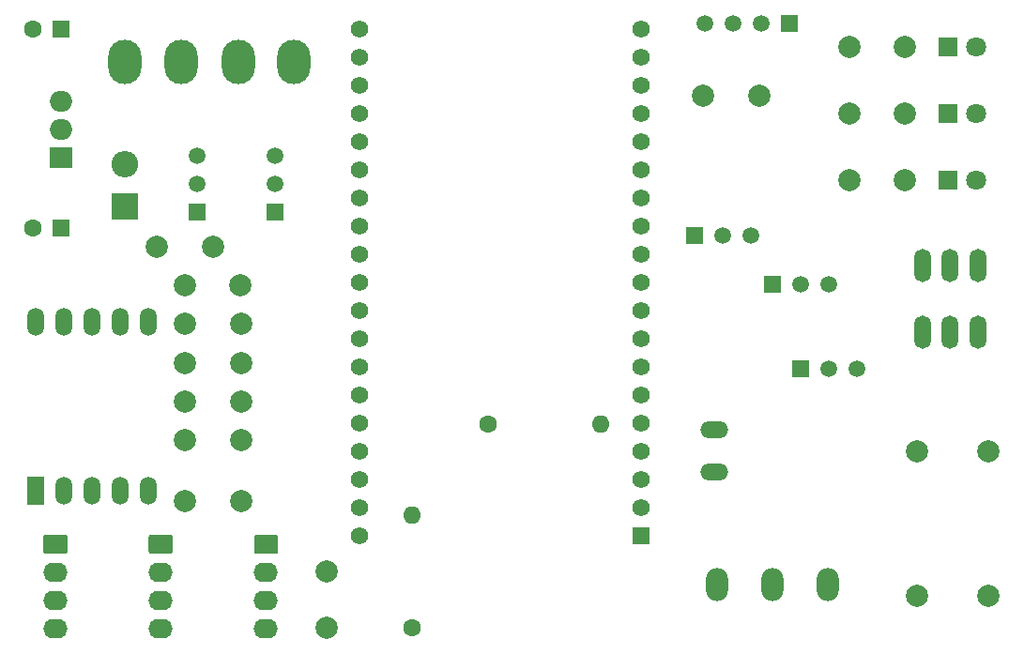
<source format=gbr>
%TF.GenerationSoftware,KiCad,Pcbnew,5.1.5+dfsg1-2build2*%
%TF.CreationDate,2021-04-17T13:08:46-03:00*%
%TF.ProjectId,miniShieldESP32,6d696e69-5368-4696-956c-644553503332,rev?*%
%TF.SameCoordinates,Original*%
%TF.FileFunction,Copper,L1,Top*%
%TF.FilePolarity,Positive*%
%FSLAX46Y46*%
G04 Gerber Fmt 4.6, Leading zero omitted, Abs format (unit mm)*
G04 Created by KiCad (PCBNEW 5.1.5+dfsg1-2build2) date 2021-04-17 13:08:46*
%MOMM*%
%LPD*%
G04 APERTURE LIST*
%TA.AperFunction,ComponentPad*%
%ADD10C,1.998980*%
%TD*%
%TA.AperFunction,ComponentPad*%
%ADD11C,1.560000*%
%TD*%
%TA.AperFunction,ComponentPad*%
%ADD12R,1.560000X1.560000*%
%TD*%
%TA.AperFunction,ComponentPad*%
%ADD13O,3.000000X4.000000*%
%TD*%
%TA.AperFunction,ComponentPad*%
%ADD14O,1.500000X3.000000*%
%TD*%
%TA.AperFunction,ComponentPad*%
%ADD15O,1.600000X1.600000*%
%TD*%
%TA.AperFunction,ComponentPad*%
%ADD16C,1.600000*%
%TD*%
%TA.AperFunction,ComponentPad*%
%ADD17O,2.524000X1.524000*%
%TD*%
%TA.AperFunction,ComponentPad*%
%ADD18O,2.190000X1.740000*%
%TD*%
%TA.AperFunction,ComponentPad*%
%ADD19C,0.100000*%
%TD*%
%TA.AperFunction,ComponentPad*%
%ADD20R,1.600000X1.600000*%
%TD*%
%TA.AperFunction,ComponentPad*%
%ADD21R,1.500000X1.500000*%
%TD*%
%TA.AperFunction,ComponentPad*%
%ADD22C,1.500000*%
%TD*%
%TA.AperFunction,ComponentPad*%
%ADD23O,2.400000X2.400000*%
%TD*%
%TA.AperFunction,ComponentPad*%
%ADD24R,2.400000X2.400000*%
%TD*%
%TA.AperFunction,ComponentPad*%
%ADD25R,1.524000X2.524000*%
%TD*%
%TA.AperFunction,ComponentPad*%
%ADD26O,1.524000X2.524000*%
%TD*%
%TA.AperFunction,ComponentPad*%
%ADD27O,2.000000X1.905000*%
%TD*%
%TA.AperFunction,ComponentPad*%
%ADD28R,2.000000X1.905000*%
%TD*%
%TA.AperFunction,ComponentPad*%
%ADD29C,1.800000*%
%TD*%
%TA.AperFunction,ComponentPad*%
%ADD30R,1.800000X1.800000*%
%TD*%
%TA.AperFunction,ComponentPad*%
%ADD31C,2.000000*%
%TD*%
%TA.AperFunction,ComponentPad*%
%ADD32O,2.000000X3.000000*%
%TD*%
G04 APERTURE END LIST*
D10*
%TO.P,R15,2*%
%TO.N,/GPIO13*%
X153785000Y-55350000D03*
%TO.P,R15,1*%
%TO.N,+3V3*%
X158824360Y-55350000D03*
%TD*%
D11*
%TO.P,U1,38*%
%TO.N,Net-(U1-Pad38)*%
X122795000Y-49360000D03*
%TO.P,U1,37*%
%TO.N,Net-(U1-Pad37)*%
X122795000Y-51900000D03*
%TO.P,U1,36*%
%TO.N,Net-(U1-Pad36)*%
X122795000Y-54440000D03*
%TO.P,U1,35*%
%TO.N,/GPIO15*%
X122795000Y-56980000D03*
%TO.P,U1,34*%
%TO.N,/GPIO2*%
X122795000Y-59520000D03*
%TO.P,U1,33*%
%TO.N,Net-(U1-Pad33)*%
X122795000Y-62060000D03*
%TO.P,U1,32*%
%TO.N,/GPIO4*%
X122795000Y-64600000D03*
%TO.P,U1,31*%
%TO.N,/GPIO16*%
X122795000Y-67140000D03*
%TO.P,U1,30*%
%TO.N,/GPIO17*%
X122795000Y-69680000D03*
%TO.P,U1,29*%
%TO.N,/GPIO5*%
X122795000Y-72220000D03*
%TO.P,U1,28*%
%TO.N,/GPIO18*%
X122795000Y-74760000D03*
%TO.P,U1,27*%
%TO.N,/GPIO19*%
X122795000Y-77300000D03*
%TO.P,U1,26*%
%TO.N,Earth*%
X122795000Y-79840000D03*
%TO.P,U1,25*%
%TO.N,/SDA*%
X122795000Y-82380000D03*
%TO.P,U1,24*%
%TO.N,Net-(U1-Pad24)*%
X122795000Y-84920000D03*
%TO.P,U1,23*%
%TO.N,Net-(U1-Pad23)*%
X122795000Y-87460000D03*
%TO.P,U1,22*%
%TO.N,/SCL*%
X122795000Y-90000000D03*
%TO.P,U1,21*%
%TO.N,/GPIO23*%
X122795000Y-92540000D03*
%TO.P,U1,20*%
%TO.N,Earth*%
X122795000Y-95080000D03*
%TO.P,U1,18*%
%TO.N,Net-(U1-Pad18)*%
X148195000Y-51900000D03*
%TO.P,U1,17*%
%TO.N,Net-(U1-Pad17)*%
X148195000Y-54440000D03*
%TO.P,U1,16*%
%TO.N,Net-(U1-Pad16)*%
X148195000Y-56980000D03*
%TO.P,U1,15*%
%TO.N,/GPIO13*%
X148195000Y-59520000D03*
%TO.P,U1,14*%
%TO.N,Earth*%
X148195000Y-62060000D03*
%TO.P,U1,13*%
%TO.N,Net-(U1-Pad13)*%
X148195000Y-64600000D03*
%TO.P,U1,12*%
%TO.N,Net-(U1-Pad12)*%
X148195000Y-67140000D03*
%TO.P,U1,11*%
%TO.N,/GPIO27*%
X148195000Y-69680000D03*
%TO.P,U1,10*%
%TO.N,/GPIO26*%
X148195000Y-72220000D03*
%TO.P,U1,9*%
%TO.N,/GPIO25*%
X148195000Y-74760000D03*
%TO.P,U1,8*%
%TO.N,/ADC1_CH5*%
X148195000Y-77300000D03*
%TO.P,U1,7*%
%TO.N,/ADC1_CH4*%
X148195000Y-79840000D03*
%TO.P,U1,6*%
%TO.N,/ADC1_CH7*%
X148195000Y-82380000D03*
%TO.P,U1,5*%
%TO.N,/ADC1_CH6*%
X148195000Y-84920000D03*
%TO.P,U1,4*%
%TO.N,/ADC1_CH3*%
X148195000Y-87460000D03*
%TO.P,U1,3*%
%TO.N,Net-(U1-Pad3)*%
X148195000Y-90000000D03*
%TO.P,U1,19*%
%TO.N,+5V*%
X148195000Y-49360000D03*
%TO.P,U1,2*%
%TO.N,Net-(U1-Pad2)*%
X148195000Y-92540000D03*
D12*
%TO.P,U1,1*%
%TO.N,+3V3*%
X148195000Y-95080000D03*
%TD*%
D13*
%TO.P,J2,1*%
%TO.N,/OUT1*%
X111855000Y-52280000D03*
%TO.P,J2,2*%
%TO.N,/OUT2*%
X116855000Y-52280000D03*
%TD*%
%TO.P,J1,1*%
%TO.N,Net-(D4-Pad2)*%
X101665000Y-52275000D03*
%TO.P,J1,2*%
%TO.N,Earth*%
X106665000Y-52275000D03*
%TD*%
D14*
%TO.P,SW3,1*%
%TO.N,+3V3*%
X178585000Y-70720000D03*
%TO.P,SW3,2*%
%TO.N,/ADC1_CH5*%
X176085000Y-70720000D03*
%TO.P,SW3,3*%
%TO.N,Earth*%
X173585000Y-70720000D03*
%TO.P,SW3,4*%
X173585000Y-76720000D03*
%TO.P,SW3,5*%
%TO.N,/ADC1_CH5*%
X176085000Y-76720000D03*
%TO.P,SW3,6*%
%TO.N,+3V3*%
X178585000Y-76720000D03*
%TD*%
D10*
%TO.P,R13,2*%
%TO.N,/SCL*%
X119845000Y-98290000D03*
%TO.P,R13,1*%
%TO.N,+3V3*%
X119845000Y-103329360D03*
%TD*%
D15*
%TO.P,R14,2*%
%TO.N,/SDA*%
X127545000Y-93170000D03*
D16*
%TO.P,R14,1*%
%TO.N,+3V3*%
X127545000Y-103330000D03*
%TD*%
D15*
%TO.P,R12,2*%
%TO.N,/ADC1_CH6*%
X144545000Y-84970000D03*
D16*
%TO.P,R12,1*%
%TO.N,Earth*%
X134385000Y-84970000D03*
%TD*%
D17*
%TO.P,R11,2*%
%TO.N,+3V3*%
X154795000Y-89280000D03*
%TO.P,R11,1*%
%TO.N,/ADC1_CH6*%
X154795000Y-85470000D03*
%TD*%
D18*
%TO.P,J5,4*%
%TO.N,+3V3*%
X114365000Y-103445000D03*
%TO.P,J5,3*%
%TO.N,/SDA*%
X114365000Y-100905000D03*
%TO.P,J5,2*%
%TO.N,/SCL*%
X114365000Y-98365000D03*
%TA.AperFunction,ComponentPad*%
D19*
%TO.P,J5,1*%
%TO.N,Earth*%
G36*
X115234505Y-94956204D02*
G01*
X115258773Y-94959804D01*
X115282572Y-94965765D01*
X115305671Y-94974030D01*
X115327850Y-94984520D01*
X115348893Y-94997132D01*
X115368599Y-95011747D01*
X115386777Y-95028223D01*
X115403253Y-95046401D01*
X115417868Y-95066107D01*
X115430480Y-95087150D01*
X115440970Y-95109329D01*
X115449235Y-95132428D01*
X115455196Y-95156227D01*
X115458796Y-95180495D01*
X115460000Y-95204999D01*
X115460000Y-96445001D01*
X115458796Y-96469505D01*
X115455196Y-96493773D01*
X115449235Y-96517572D01*
X115440970Y-96540671D01*
X115430480Y-96562850D01*
X115417868Y-96583893D01*
X115403253Y-96603599D01*
X115386777Y-96621777D01*
X115368599Y-96638253D01*
X115348893Y-96652868D01*
X115327850Y-96665480D01*
X115305671Y-96675970D01*
X115282572Y-96684235D01*
X115258773Y-96690196D01*
X115234505Y-96693796D01*
X115210001Y-96695000D01*
X113519999Y-96695000D01*
X113495495Y-96693796D01*
X113471227Y-96690196D01*
X113447428Y-96684235D01*
X113424329Y-96675970D01*
X113402150Y-96665480D01*
X113381107Y-96652868D01*
X113361401Y-96638253D01*
X113343223Y-96621777D01*
X113326747Y-96603599D01*
X113312132Y-96583893D01*
X113299520Y-96562850D01*
X113289030Y-96540671D01*
X113280765Y-96517572D01*
X113274804Y-96493773D01*
X113271204Y-96469505D01*
X113270000Y-96445001D01*
X113270000Y-95204999D01*
X113271204Y-95180495D01*
X113274804Y-95156227D01*
X113280765Y-95132428D01*
X113289030Y-95109329D01*
X113299520Y-95087150D01*
X113312132Y-95066107D01*
X113326747Y-95046401D01*
X113343223Y-95028223D01*
X113361401Y-95011747D01*
X113381107Y-94997132D01*
X113402150Y-94984520D01*
X113424329Y-94974030D01*
X113447428Y-94965765D01*
X113471227Y-94959804D01*
X113495495Y-94956204D01*
X113519999Y-94955000D01*
X115210001Y-94955000D01*
X115234505Y-94956204D01*
G37*
%TD.AperFunction*%
%TD*%
D18*
%TO.P,J4,4*%
%TO.N,+3V3*%
X104865000Y-103445000D03*
%TO.P,J4,3*%
%TO.N,/SDA*%
X104865000Y-100905000D03*
%TO.P,J4,2*%
%TO.N,/SCL*%
X104865000Y-98365000D03*
%TA.AperFunction,ComponentPad*%
D19*
%TO.P,J4,1*%
%TO.N,Earth*%
G36*
X105734505Y-94956204D02*
G01*
X105758773Y-94959804D01*
X105782572Y-94965765D01*
X105805671Y-94974030D01*
X105827850Y-94984520D01*
X105848893Y-94997132D01*
X105868599Y-95011747D01*
X105886777Y-95028223D01*
X105903253Y-95046401D01*
X105917868Y-95066107D01*
X105930480Y-95087150D01*
X105940970Y-95109329D01*
X105949235Y-95132428D01*
X105955196Y-95156227D01*
X105958796Y-95180495D01*
X105960000Y-95204999D01*
X105960000Y-96445001D01*
X105958796Y-96469505D01*
X105955196Y-96493773D01*
X105949235Y-96517572D01*
X105940970Y-96540671D01*
X105930480Y-96562850D01*
X105917868Y-96583893D01*
X105903253Y-96603599D01*
X105886777Y-96621777D01*
X105868599Y-96638253D01*
X105848893Y-96652868D01*
X105827850Y-96665480D01*
X105805671Y-96675970D01*
X105782572Y-96684235D01*
X105758773Y-96690196D01*
X105734505Y-96693796D01*
X105710001Y-96695000D01*
X104019999Y-96695000D01*
X103995495Y-96693796D01*
X103971227Y-96690196D01*
X103947428Y-96684235D01*
X103924329Y-96675970D01*
X103902150Y-96665480D01*
X103881107Y-96652868D01*
X103861401Y-96638253D01*
X103843223Y-96621777D01*
X103826747Y-96603599D01*
X103812132Y-96583893D01*
X103799520Y-96562850D01*
X103789030Y-96540671D01*
X103780765Y-96517572D01*
X103774804Y-96493773D01*
X103771204Y-96469505D01*
X103770000Y-96445001D01*
X103770000Y-95204999D01*
X103771204Y-95180495D01*
X103774804Y-95156227D01*
X103780765Y-95132428D01*
X103789030Y-95109329D01*
X103799520Y-95087150D01*
X103812132Y-95066107D01*
X103826747Y-95046401D01*
X103843223Y-95028223D01*
X103861401Y-95011747D01*
X103881107Y-94997132D01*
X103902150Y-94984520D01*
X103924329Y-94974030D01*
X103947428Y-94965765D01*
X103971227Y-94959804D01*
X103995495Y-94956204D01*
X104019999Y-94955000D01*
X105710001Y-94955000D01*
X105734505Y-94956204D01*
G37*
%TD.AperFunction*%
%TD*%
D18*
%TO.P,J3,4*%
%TO.N,+3V3*%
X95365000Y-103445000D03*
%TO.P,J3,3*%
%TO.N,/SDA*%
X95365000Y-100905000D03*
%TO.P,J3,2*%
%TO.N,/SCL*%
X95365000Y-98365000D03*
%TA.AperFunction,ComponentPad*%
D19*
%TO.P,J3,1*%
%TO.N,Earth*%
G36*
X96234505Y-94956204D02*
G01*
X96258773Y-94959804D01*
X96282572Y-94965765D01*
X96305671Y-94974030D01*
X96327850Y-94984520D01*
X96348893Y-94997132D01*
X96368599Y-95011747D01*
X96386777Y-95028223D01*
X96403253Y-95046401D01*
X96417868Y-95066107D01*
X96430480Y-95087150D01*
X96440970Y-95109329D01*
X96449235Y-95132428D01*
X96455196Y-95156227D01*
X96458796Y-95180495D01*
X96460000Y-95204999D01*
X96460000Y-96445001D01*
X96458796Y-96469505D01*
X96455196Y-96493773D01*
X96449235Y-96517572D01*
X96440970Y-96540671D01*
X96430480Y-96562850D01*
X96417868Y-96583893D01*
X96403253Y-96603599D01*
X96386777Y-96621777D01*
X96368599Y-96638253D01*
X96348893Y-96652868D01*
X96327850Y-96665480D01*
X96305671Y-96675970D01*
X96282572Y-96684235D01*
X96258773Y-96690196D01*
X96234505Y-96693796D01*
X96210001Y-96695000D01*
X94519999Y-96695000D01*
X94495495Y-96693796D01*
X94471227Y-96690196D01*
X94447428Y-96684235D01*
X94424329Y-96675970D01*
X94402150Y-96665480D01*
X94381107Y-96652868D01*
X94361401Y-96638253D01*
X94343223Y-96621777D01*
X94326747Y-96603599D01*
X94312132Y-96583893D01*
X94299520Y-96562850D01*
X94289030Y-96540671D01*
X94280765Y-96517572D01*
X94274804Y-96493773D01*
X94271204Y-96469505D01*
X94270000Y-96445001D01*
X94270000Y-95204999D01*
X94271204Y-95180495D01*
X94274804Y-95156227D01*
X94280765Y-95132428D01*
X94289030Y-95109329D01*
X94299520Y-95087150D01*
X94312132Y-95066107D01*
X94326747Y-95046401D01*
X94343223Y-95028223D01*
X94361401Y-95011747D01*
X94381107Y-94997132D01*
X94402150Y-94984520D01*
X94424329Y-94974030D01*
X94447428Y-94965765D01*
X94471227Y-94959804D01*
X94495495Y-94956204D01*
X94519999Y-94955000D01*
X96210001Y-94955000D01*
X96234505Y-94956204D01*
G37*
%TD.AperFunction*%
%TD*%
D16*
%TO.P,C1,2*%
%TO.N,Earth*%
X93365000Y-67325000D03*
D20*
%TO.P,C1,1*%
%TO.N,Net-(C1-Pad1)*%
X95865000Y-67325000D03*
%TD*%
D21*
%TO.P,Q5,1*%
%TO.N,/GPIO2*%
X108165000Y-65865000D03*
D22*
%TO.P,Q5,3*%
%TO.N,/OUT1*%
X108165000Y-60785000D03*
%TO.P,Q5,2*%
%TO.N,Earth*%
X108165000Y-63325000D03*
%TD*%
D21*
%TO.P,Q4,1*%
%TO.N,/GPIO15*%
X115165000Y-65865000D03*
D22*
%TO.P,Q4,3*%
%TO.N,/OUT2*%
X115165000Y-60785000D03*
%TO.P,Q4,2*%
%TO.N,Earth*%
X115165000Y-63325000D03*
%TD*%
D23*
%TO.P,D4,2*%
%TO.N,Net-(D4-Pad2)*%
X101665000Y-61575000D03*
D24*
%TO.P,D4,1*%
%TO.N,Net-(C1-Pad1)*%
X101665000Y-65385000D03*
%TD*%
D10*
%TO.P,R10,2*%
%TO.N,/GPIO5*%
X112123080Y-79470000D03*
%TO.P,R10,1*%
%TO.N,Net-(AFF1-Pad10)*%
X107083720Y-79470000D03*
%TD*%
%TO.P,R9,2*%
%TO.N,/GPIO17*%
X112120520Y-75970000D03*
%TO.P,R9,1*%
%TO.N,Net-(AFF1-Pad9)*%
X107081160Y-75970000D03*
%TD*%
%TO.P,R8,2*%
%TO.N,/GPIO18*%
X112123720Y-82970000D03*
%TO.P,R8,1*%
%TO.N,Net-(AFF1-Pad1)*%
X107084360Y-82970000D03*
%TD*%
%TO.P,R7,2*%
%TO.N,/GPIO19*%
X112084360Y-86470000D03*
%TO.P,R7,1*%
%TO.N,Net-(AFF1-Pad2)*%
X107045000Y-86470000D03*
%TD*%
%TO.P,R6,2*%
%TO.N,/GPIO23*%
X112123080Y-91970000D03*
%TO.P,R6,1*%
%TO.N,Net-(AFF1-Pad4)*%
X107083720Y-91970000D03*
%TD*%
%TO.P,R5,2*%
%TO.N,/GPIO16*%
X112077960Y-72470000D03*
%TO.P,R5,1*%
%TO.N,Net-(AFF1-Pad6)*%
X107038600Y-72470000D03*
%TD*%
%TO.P,R4,2*%
%TO.N,/GPIO4*%
X109584360Y-68970000D03*
%TO.P,R4,1*%
%TO.N,Net-(AFF1-Pad7)*%
X104545000Y-68970000D03*
%TD*%
D25*
%TO.P,AFF1,1*%
%TO.N,Net-(AFF1-Pad1)*%
X93545000Y-90970000D03*
D26*
%TO.P,AFF1,2*%
%TO.N,Net-(AFF1-Pad2)*%
X96085000Y-90970000D03*
%TO.P,AFF1,3*%
%TO.N,Earth*%
X98625000Y-90970000D03*
%TO.P,AFF1,4*%
%TO.N,Net-(AFF1-Pad4)*%
X101165000Y-90970000D03*
%TO.P,AFF1,5*%
%TO.N,Net-(AFF1-Pad5)*%
X103705000Y-90970000D03*
%TO.P,AFF1,6*%
%TO.N,Net-(AFF1-Pad6)*%
X103705000Y-75730000D03*
%TO.P,AFF1,7*%
%TO.N,Net-(AFF1-Pad7)*%
X101165000Y-75730000D03*
%TO.P,AFF1,8*%
%TO.N,Earth*%
X98625000Y-75730000D03*
%TO.P,AFF1,9*%
%TO.N,Net-(AFF1-Pad9)*%
X96085000Y-75730000D03*
%TO.P,AFF1,10*%
%TO.N,Net-(AFF1-Pad10)*%
X93545000Y-75730000D03*
%TD*%
D27*
%TO.P,U3,3*%
%TO.N,+5V*%
X95865000Y-55825000D03*
%TO.P,U3,2*%
%TO.N,Earth*%
X95865000Y-58365000D03*
D28*
%TO.P,U3,1*%
%TO.N,Net-(C1-Pad1)*%
X95865000Y-60905000D03*
%TD*%
D16*
%TO.P,C2,2*%
%TO.N,Earth*%
X93365000Y-49325000D03*
D20*
%TO.P,C2,1*%
%TO.N,+5V*%
X95865000Y-49325000D03*
%TD*%
D10*
%TO.P,R2,2*%
%TO.N,Net-(Q2-Pad3)*%
X166965000Y-56970000D03*
%TO.P,R2,1*%
%TO.N,Net-(D2-Pad1)*%
X172004360Y-56970000D03*
%TD*%
%TO.P,R1,2*%
%TO.N,Net-(Q1-Pad3)*%
X166965000Y-62970000D03*
%TO.P,R1,1*%
%TO.N,Net-(D1-Pad1)*%
X172004360Y-62970000D03*
%TD*%
D29*
%TO.P,D3,2*%
%TO.N,+3V3*%
X178405000Y-50970000D03*
D30*
%TO.P,D3,1*%
%TO.N,Net-(D3-Pad1)*%
X175865000Y-50970000D03*
%TD*%
D29*
%TO.P,D2,2*%
%TO.N,+3V3*%
X178405000Y-56970000D03*
D30*
%TO.P,D2,1*%
%TO.N,Net-(D2-Pad1)*%
X175865000Y-56970000D03*
%TD*%
D29*
%TO.P,D1,2*%
%TO.N,+3V3*%
X178405000Y-62970000D03*
D30*
%TO.P,D1,1*%
%TO.N,Net-(D1-Pad1)*%
X175865000Y-62970000D03*
%TD*%
D21*
%TO.P,Q2,1*%
%TO.N,/GPIO26*%
X160045000Y-72365000D03*
D22*
%TO.P,Q2,3*%
%TO.N,Net-(Q2-Pad3)*%
X165125000Y-72365000D03*
%TO.P,Q2,2*%
%TO.N,Earth*%
X162585000Y-72365000D03*
%TD*%
D10*
%TO.P,R3,2*%
%TO.N,Net-(Q3-Pad3)*%
X166968200Y-50970000D03*
%TO.P,R3,1*%
%TO.N,Net-(D3-Pad1)*%
X172007560Y-50970000D03*
%TD*%
D22*
%TO.P,U2,4*%
%TO.N,Earth*%
X153925000Y-48850000D03*
%TO.P,U2,3*%
%TO.N,Net-(U2-Pad3)*%
X156465000Y-48850000D03*
%TO.P,U2,2*%
%TO.N,/GPIO13*%
X159005000Y-48850000D03*
D21*
%TO.P,U2,1*%
%TO.N,+3V3*%
X161545000Y-48850000D03*
%TD*%
D31*
%TO.P,SW2,1*%
%TO.N,Earth*%
X179545000Y-87470000D03*
%TO.P,SW2,2*%
%TO.N,/ADC1_CH4*%
X173045000Y-87470000D03*
%TD*%
%TO.P,SW1,1*%
%TO.N,Earth*%
X179545000Y-100470000D03*
%TO.P,SW1,2*%
%TO.N,/ADC1_CH7*%
X173045000Y-100470000D03*
%TD*%
D32*
%TO.P,RV1,2*%
%TO.N,/ADC1_CH3*%
X160043740Y-99470000D03*
%TO.P,RV1,3*%
%TO.N,Earth*%
X155042480Y-99470000D03*
%TO.P,RV1,1*%
%TO.N,+3V3*%
X165045000Y-99470000D03*
%TD*%
D21*
%TO.P,Q3,1*%
%TO.N,/GPIO27*%
X153005000Y-67970000D03*
D22*
%TO.P,Q3,3*%
%TO.N,Net-(Q3-Pad3)*%
X158085000Y-67970000D03*
%TO.P,Q3,2*%
%TO.N,Earth*%
X155545000Y-67970000D03*
%TD*%
D21*
%TO.P,Q1,1*%
%TO.N,/GPIO25*%
X162545000Y-80010000D03*
D22*
%TO.P,Q1,3*%
%TO.N,Net-(Q1-Pad3)*%
X167625000Y-80010000D03*
%TO.P,Q1,2*%
%TO.N,Earth*%
X165085000Y-80010000D03*
%TD*%
M02*

</source>
